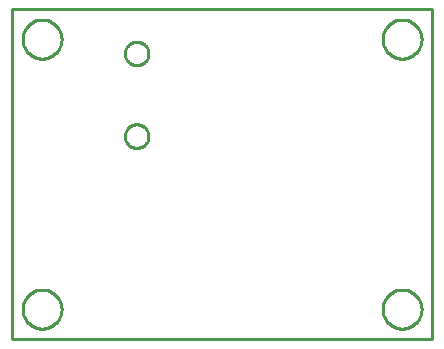
<source format=gbr>
G04 EAGLE Gerber RS-274X export*
G75*
%MOMM*%
%FSLAX34Y34*%
%LPD*%
%IN*%
%IPPOS*%
%AMOC8*
5,1,8,0,0,1.08239X$1,22.5*%
G01*
%ADD10C,0.254000*%


D10*
X0Y0D02*
X355600Y0D01*
X355600Y279400D01*
X0Y279400D01*
X0Y0D01*
X104973Y231860D02*
X104104Y231936D01*
X103244Y232088D01*
X102400Y232314D01*
X101580Y232612D01*
X100788Y232981D01*
X100032Y233418D01*
X99317Y233919D01*
X98648Y234480D01*
X98030Y235098D01*
X97469Y235767D01*
X96968Y236482D01*
X96531Y237238D01*
X96162Y238030D01*
X95864Y238850D01*
X95638Y239694D01*
X95486Y240554D01*
X95410Y241423D01*
X95410Y242297D01*
X95486Y243167D01*
X95638Y244026D01*
X95864Y244870D01*
X96162Y245690D01*
X96531Y246482D01*
X96968Y247238D01*
X97469Y247953D01*
X98030Y248622D01*
X98648Y249240D01*
X99317Y249801D01*
X100032Y250302D01*
X100788Y250739D01*
X101580Y251108D01*
X102400Y251406D01*
X103244Y251632D01*
X104104Y251784D01*
X104973Y251860D01*
X105847Y251860D01*
X106717Y251784D01*
X107576Y251632D01*
X108420Y251406D01*
X109240Y251108D01*
X110032Y250739D01*
X110788Y250302D01*
X111503Y249801D01*
X112172Y249240D01*
X112790Y248622D01*
X113351Y247953D01*
X113852Y247238D01*
X114289Y246482D01*
X114658Y245690D01*
X114956Y244870D01*
X115182Y244026D01*
X115334Y243167D01*
X115410Y242297D01*
X115410Y241423D01*
X115334Y240554D01*
X115182Y239694D01*
X114956Y238850D01*
X114658Y238030D01*
X114289Y237238D01*
X113852Y236482D01*
X113351Y235767D01*
X112790Y235098D01*
X112172Y234480D01*
X111503Y233919D01*
X110788Y233418D01*
X110032Y232981D01*
X109240Y232612D01*
X108420Y232314D01*
X107576Y232088D01*
X106717Y231936D01*
X105847Y231860D01*
X104973Y231860D01*
X104973Y161860D02*
X104104Y161936D01*
X103244Y162088D01*
X102400Y162314D01*
X101580Y162612D01*
X100788Y162981D01*
X100032Y163418D01*
X99317Y163919D01*
X98648Y164480D01*
X98030Y165098D01*
X97469Y165767D01*
X96968Y166482D01*
X96531Y167238D01*
X96162Y168030D01*
X95864Y168850D01*
X95638Y169694D01*
X95486Y170554D01*
X95410Y171423D01*
X95410Y172297D01*
X95486Y173167D01*
X95638Y174026D01*
X95864Y174870D01*
X96162Y175690D01*
X96531Y176482D01*
X96968Y177238D01*
X97469Y177953D01*
X98030Y178622D01*
X98648Y179240D01*
X99317Y179801D01*
X100032Y180302D01*
X100788Y180739D01*
X101580Y181108D01*
X102400Y181406D01*
X103244Y181632D01*
X104104Y181784D01*
X104973Y181860D01*
X105847Y181860D01*
X106717Y181784D01*
X107576Y181632D01*
X108420Y181406D01*
X109240Y181108D01*
X110032Y180739D01*
X110788Y180302D01*
X111503Y179801D01*
X112172Y179240D01*
X112790Y178622D01*
X113351Y177953D01*
X113852Y177238D01*
X114289Y176482D01*
X114658Y175690D01*
X114956Y174870D01*
X115182Y174026D01*
X115334Y173167D01*
X115410Y172297D01*
X115410Y171423D01*
X115334Y170554D01*
X115182Y169694D01*
X114956Y168850D01*
X114658Y168030D01*
X114289Y167238D01*
X113852Y166482D01*
X113351Y165767D01*
X112790Y165098D01*
X112172Y164480D01*
X111503Y163919D01*
X110788Y163418D01*
X110032Y162981D01*
X109240Y162612D01*
X108420Y162314D01*
X107576Y162088D01*
X106717Y161936D01*
X105847Y161860D01*
X104973Y161860D01*
X41910Y24860D02*
X41839Y23781D01*
X41698Y22709D01*
X41487Y21649D01*
X41208Y20605D01*
X40860Y19581D01*
X40446Y18583D01*
X39968Y17613D01*
X39428Y16677D01*
X38827Y15778D01*
X38169Y14921D01*
X37457Y14108D01*
X36692Y13344D01*
X35879Y12631D01*
X35022Y11973D01*
X34123Y11372D01*
X33187Y10832D01*
X32217Y10354D01*
X31219Y9940D01*
X30195Y9592D01*
X29151Y9313D01*
X28091Y9102D01*
X27019Y8961D01*
X25940Y8890D01*
X24860Y8890D01*
X23781Y8961D01*
X22709Y9102D01*
X21649Y9313D01*
X20605Y9592D01*
X19581Y9940D01*
X18583Y10354D01*
X17613Y10832D01*
X16677Y11372D01*
X15778Y11973D01*
X14921Y12631D01*
X14108Y13344D01*
X13344Y14108D01*
X12631Y14921D01*
X11973Y15778D01*
X11372Y16677D01*
X10832Y17613D01*
X10354Y18583D01*
X9940Y19581D01*
X9592Y20605D01*
X9313Y21649D01*
X9102Y22709D01*
X8961Y23781D01*
X8890Y24860D01*
X8890Y25940D01*
X8961Y27019D01*
X9102Y28091D01*
X9313Y29151D01*
X9592Y30195D01*
X9940Y31219D01*
X10354Y32217D01*
X10832Y33187D01*
X11372Y34123D01*
X11973Y35022D01*
X12631Y35879D01*
X13344Y36692D01*
X14108Y37457D01*
X14921Y38169D01*
X15778Y38827D01*
X16677Y39428D01*
X17613Y39968D01*
X18583Y40446D01*
X19581Y40860D01*
X20605Y41208D01*
X21649Y41487D01*
X22709Y41698D01*
X23781Y41839D01*
X24860Y41910D01*
X25940Y41910D01*
X27019Y41839D01*
X28091Y41698D01*
X29151Y41487D01*
X30195Y41208D01*
X31219Y40860D01*
X32217Y40446D01*
X33187Y39968D01*
X34123Y39428D01*
X35022Y38827D01*
X35879Y38169D01*
X36692Y37457D01*
X37457Y36692D01*
X38169Y35879D01*
X38827Y35022D01*
X39428Y34123D01*
X39968Y33187D01*
X40446Y32217D01*
X40860Y31219D01*
X41208Y30195D01*
X41487Y29151D01*
X41698Y28091D01*
X41839Y27019D01*
X41910Y25940D01*
X41910Y24860D01*
X346710Y24860D02*
X346639Y23781D01*
X346498Y22709D01*
X346287Y21649D01*
X346008Y20605D01*
X345660Y19581D01*
X345246Y18583D01*
X344768Y17613D01*
X344228Y16677D01*
X343627Y15778D01*
X342969Y14921D01*
X342257Y14108D01*
X341492Y13344D01*
X340679Y12631D01*
X339822Y11973D01*
X338923Y11372D01*
X337987Y10832D01*
X337017Y10354D01*
X336019Y9940D01*
X334995Y9592D01*
X333951Y9313D01*
X332891Y9102D01*
X331819Y8961D01*
X330740Y8890D01*
X329660Y8890D01*
X328581Y8961D01*
X327509Y9102D01*
X326449Y9313D01*
X325405Y9592D01*
X324381Y9940D01*
X323383Y10354D01*
X322413Y10832D01*
X321477Y11372D01*
X320578Y11973D01*
X319721Y12631D01*
X318908Y13344D01*
X318144Y14108D01*
X317431Y14921D01*
X316773Y15778D01*
X316172Y16677D01*
X315632Y17613D01*
X315154Y18583D01*
X314740Y19581D01*
X314392Y20605D01*
X314113Y21649D01*
X313902Y22709D01*
X313761Y23781D01*
X313690Y24860D01*
X313690Y25940D01*
X313761Y27019D01*
X313902Y28091D01*
X314113Y29151D01*
X314392Y30195D01*
X314740Y31219D01*
X315154Y32217D01*
X315632Y33187D01*
X316172Y34123D01*
X316773Y35022D01*
X317431Y35879D01*
X318144Y36692D01*
X318908Y37457D01*
X319721Y38169D01*
X320578Y38827D01*
X321477Y39428D01*
X322413Y39968D01*
X323383Y40446D01*
X324381Y40860D01*
X325405Y41208D01*
X326449Y41487D01*
X327509Y41698D01*
X328581Y41839D01*
X329660Y41910D01*
X330740Y41910D01*
X331819Y41839D01*
X332891Y41698D01*
X333951Y41487D01*
X334995Y41208D01*
X336019Y40860D01*
X337017Y40446D01*
X337987Y39968D01*
X338923Y39428D01*
X339822Y38827D01*
X340679Y38169D01*
X341492Y37457D01*
X342257Y36692D01*
X342969Y35879D01*
X343627Y35022D01*
X344228Y34123D01*
X344768Y33187D01*
X345246Y32217D01*
X345660Y31219D01*
X346008Y30195D01*
X346287Y29151D01*
X346498Y28091D01*
X346639Y27019D01*
X346710Y25940D01*
X346710Y24860D01*
X41910Y253460D02*
X41839Y252381D01*
X41698Y251309D01*
X41487Y250249D01*
X41208Y249205D01*
X40860Y248181D01*
X40446Y247183D01*
X39968Y246213D01*
X39428Y245277D01*
X38827Y244378D01*
X38169Y243521D01*
X37457Y242708D01*
X36692Y241944D01*
X35879Y241231D01*
X35022Y240573D01*
X34123Y239972D01*
X33187Y239432D01*
X32217Y238954D01*
X31219Y238540D01*
X30195Y238192D01*
X29151Y237913D01*
X28091Y237702D01*
X27019Y237561D01*
X25940Y237490D01*
X24860Y237490D01*
X23781Y237561D01*
X22709Y237702D01*
X21649Y237913D01*
X20605Y238192D01*
X19581Y238540D01*
X18583Y238954D01*
X17613Y239432D01*
X16677Y239972D01*
X15778Y240573D01*
X14921Y241231D01*
X14108Y241944D01*
X13344Y242708D01*
X12631Y243521D01*
X11973Y244378D01*
X11372Y245277D01*
X10832Y246213D01*
X10354Y247183D01*
X9940Y248181D01*
X9592Y249205D01*
X9313Y250249D01*
X9102Y251309D01*
X8961Y252381D01*
X8890Y253460D01*
X8890Y254540D01*
X8961Y255619D01*
X9102Y256691D01*
X9313Y257751D01*
X9592Y258795D01*
X9940Y259819D01*
X10354Y260817D01*
X10832Y261787D01*
X11372Y262723D01*
X11973Y263622D01*
X12631Y264479D01*
X13344Y265292D01*
X14108Y266057D01*
X14921Y266769D01*
X15778Y267427D01*
X16677Y268028D01*
X17613Y268568D01*
X18583Y269046D01*
X19581Y269460D01*
X20605Y269808D01*
X21649Y270087D01*
X22709Y270298D01*
X23781Y270439D01*
X24860Y270510D01*
X25940Y270510D01*
X27019Y270439D01*
X28091Y270298D01*
X29151Y270087D01*
X30195Y269808D01*
X31219Y269460D01*
X32217Y269046D01*
X33187Y268568D01*
X34123Y268028D01*
X35022Y267427D01*
X35879Y266769D01*
X36692Y266057D01*
X37457Y265292D01*
X38169Y264479D01*
X38827Y263622D01*
X39428Y262723D01*
X39968Y261787D01*
X40446Y260817D01*
X40860Y259819D01*
X41208Y258795D01*
X41487Y257751D01*
X41698Y256691D01*
X41839Y255619D01*
X41910Y254540D01*
X41910Y253460D01*
X346710Y253460D02*
X346639Y252381D01*
X346498Y251309D01*
X346287Y250249D01*
X346008Y249205D01*
X345660Y248181D01*
X345246Y247183D01*
X344768Y246213D01*
X344228Y245277D01*
X343627Y244378D01*
X342969Y243521D01*
X342257Y242708D01*
X341492Y241944D01*
X340679Y241231D01*
X339822Y240573D01*
X338923Y239972D01*
X337987Y239432D01*
X337017Y238954D01*
X336019Y238540D01*
X334995Y238192D01*
X333951Y237913D01*
X332891Y237702D01*
X331819Y237561D01*
X330740Y237490D01*
X329660Y237490D01*
X328581Y237561D01*
X327509Y237702D01*
X326449Y237913D01*
X325405Y238192D01*
X324381Y238540D01*
X323383Y238954D01*
X322413Y239432D01*
X321477Y239972D01*
X320578Y240573D01*
X319721Y241231D01*
X318908Y241944D01*
X318144Y242708D01*
X317431Y243521D01*
X316773Y244378D01*
X316172Y245277D01*
X315632Y246213D01*
X315154Y247183D01*
X314740Y248181D01*
X314392Y249205D01*
X314113Y250249D01*
X313902Y251309D01*
X313761Y252381D01*
X313690Y253460D01*
X313690Y254540D01*
X313761Y255619D01*
X313902Y256691D01*
X314113Y257751D01*
X314392Y258795D01*
X314740Y259819D01*
X315154Y260817D01*
X315632Y261787D01*
X316172Y262723D01*
X316773Y263622D01*
X317431Y264479D01*
X318144Y265292D01*
X318908Y266057D01*
X319721Y266769D01*
X320578Y267427D01*
X321477Y268028D01*
X322413Y268568D01*
X323383Y269046D01*
X324381Y269460D01*
X325405Y269808D01*
X326449Y270087D01*
X327509Y270298D01*
X328581Y270439D01*
X329660Y270510D01*
X330740Y270510D01*
X331819Y270439D01*
X332891Y270298D01*
X333951Y270087D01*
X334995Y269808D01*
X336019Y269460D01*
X337017Y269046D01*
X337987Y268568D01*
X338923Y268028D01*
X339822Y267427D01*
X340679Y266769D01*
X341492Y266057D01*
X342257Y265292D01*
X342969Y264479D01*
X343627Y263622D01*
X344228Y262723D01*
X344768Y261787D01*
X345246Y260817D01*
X345660Y259819D01*
X346008Y258795D01*
X346287Y257751D01*
X346498Y256691D01*
X346639Y255619D01*
X346710Y254540D01*
X346710Y253460D01*
M02*

</source>
